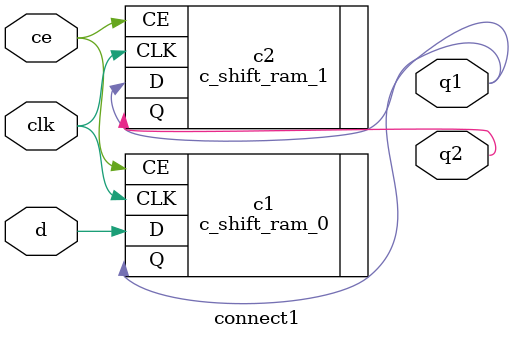
<source format=v>
`timescale 1ns / 1ps


module connect1(
input clk,
input ce,
input d,
output q1,
output q2//Ò»ÁÐÈýÐÐ£¬ÆäÖÐÁ½ÐÐÓÉshift_ram²úÉú
    );
    c_shift_ram_0 c1(
    .D(d),
    .CLK(clk),
    .CE(ce),
    .Q(q1)
    );
    
    c_shift_ram_1 c2(
    .D(q1),
    .CLK(clk),
    .CE(ce),
    .Q(q2)
    );
endmodule

</source>
